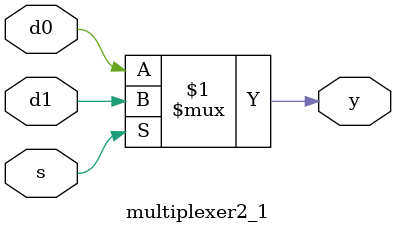
<source format=v>
module multiplexer2_1 (
    y,
    d1,
    d0,
    s
);

    input d1, d0, s;
    output y; 
    assign y= s? d1: d0;
endmodule

</source>
